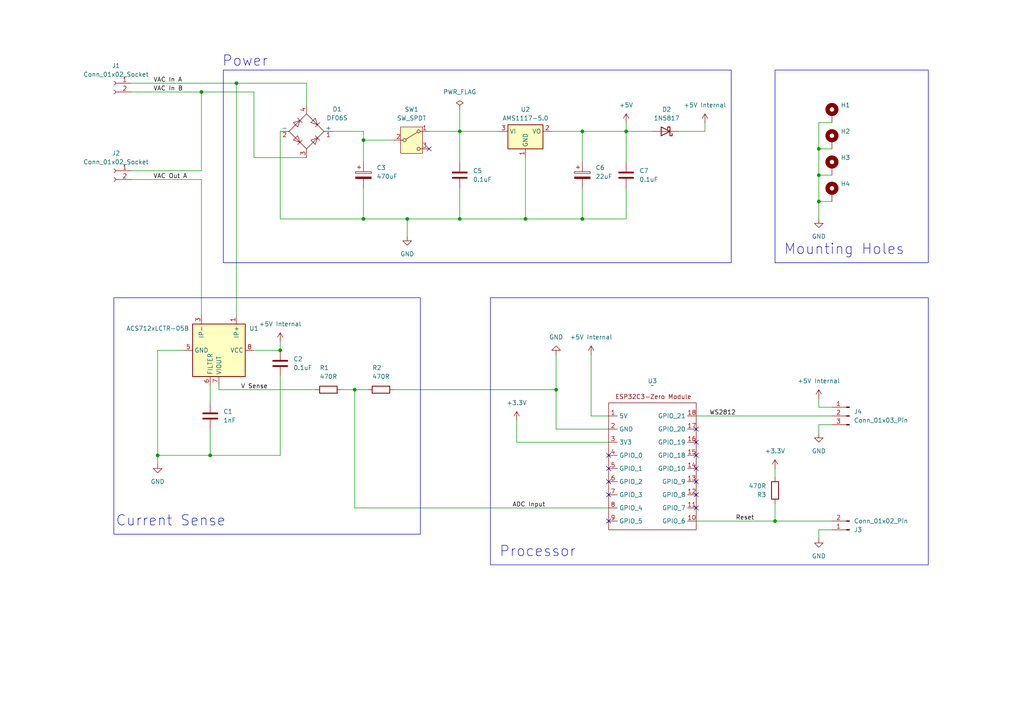
<source format=kicad_sch>
(kicad_sch (version 20250114) (generator "eeschema") (generator_version "9.0")
  (paper "A4")
  (title_block (title "ESP32 Doorbell Ring Detector") (date "2025-06-10") (rev "1"))
  (lib_symbols
    (symbol "Connector:Conn_01x02_Pin" (pin_names (offset 1.016) (hide yes))
      (property "Reference" "J" (at 0 2.54 0))
      (property "Value" "Conn_01x02_Pin" (at 0 -5.08 0))
      (symbol "Conn_01x02_Pin_1_1"
        (rectangle (start 0.8636 0.127) (end 0 -0.127) (stroke (width 0.1524)) (fill (type outline)))
        (rectangle (start 0.8636 -2.413) (end 0 -2.667) (stroke (width 0.1524)) (fill (type outline)))
        (polyline (pts (xy 1.27 0) (xy 0.8636 0)) (stroke (width 0.1524)))
        (polyline (pts (xy 1.27 -2.54) (xy 0.8636 -2.54)) (stroke (width 0.1524)))
        (pin passive line (at 5.08 0 180) (length 3.81) (name "Pin_1") (number "1"))
        (pin passive line (at 5.08 -2.54 180) (length 3.81) (name "Pin_2") (number "2"))
      )
    )
    (symbol "Connector:Conn_01x02_Socket" (pin_names (offset 1.016) (hide yes))
      (property "Reference" "J" (at 0 2.54 0))
      (property "Value" "Conn_01x02_Socket" (at 0 -5.08 0))
      (symbol "Conn_01x02_Socket_1_1"
        (polyline (pts (xy -1.27 0) (xy -0.508 0)) (stroke (width 0.1524)))
        (polyline (pts (xy -1.27 -2.54) (xy -0.508 -2.54)) (stroke (width 0.1524)))
        (arc (start 0 -0.508) (mid -0.5058 0) (end 0 0.508) (stroke (width 0.1524)))
        (arc (start 0 -3.048) (mid -0.5058 -2.54) (end 0 -2.032) (stroke (width 0.1524)))
        (pin passive line (at -5.08 0 0) (length 3.81) (name "Pin_1") (number "1"))
        (pin passive line (at -5.08 -2.54 0) (length 3.81) (name "Pin_2") (number "2"))
      )
    )
    (symbol "Connector:Conn_01x03_Pin" (pin_names (offset 1.016) (hide yes))
      (property "Reference" "J" (at 0 5.08 0))
      (property "Value" "Conn_01x03_Pin" (at 0 -5.08 0))
      (symbol "Conn_01x03_Pin_1_1"
        (rectangle (start 0.8636 2.667) (end 0 2.413) (stroke (width 0.1524)) (fill (type outline)))
        (rectangle (start 0.8636 0.127) (end 0 -0.127) (stroke (width 0.1524)) (fill (type outline)))
        (rectangle (start 0.8636 -2.413) (end 0 -2.667) (stroke (width 0.1524)) (fill (type outline)))
        (polyline (pts (xy 1.27 2.54) (xy 0.8636 2.54)) (stroke (width 0.1524)))
        (polyline (pts (xy 1.27 0) (xy 0.8636 0)) (stroke (width 0.1524)))
        (polyline (pts (xy 1.27 -2.54) (xy 0.8636 -2.54)) (stroke (width 0.1524)))
        (pin passive line (at 5.08 2.54 180) (length 3.81) (name "Pin_1") (number "1"))
        (pin passive line (at 5.08 0 180) (length 3.81) (name "Pin_2") (number "2"))
        (pin passive line (at 5.08 -2.54 180) (length 3.81) (name "Pin_3") (number "3"))
      )
    )
    (symbol "Device:C" (pin_numbers (hide yes)) (pin_names (offset 0.254))
      (property "Reference" "C" (at 0.635 2.54 0))
      (property "Value" "C" (at 0.635 -2.54 0))
      (symbol "C_0_1"
        (polyline (pts (xy -2.032 0.762) (xy 2.032 0.762)) (stroke (width 0.508)))
        (polyline (pts (xy -2.032 -0.762) (xy 2.032 -0.762)) (stroke (width 0.508)))
      )
      (symbol "C_1_1"
        (pin passive line (at 0 3.81 270) (length 2.794) (name "~") (number "1"))
        (pin passive line (at 0 -3.81 90) (length 2.794) (name "~") (number "2"))
      )
    )
    (symbol "Device:C_Polarized" (pin_numbers (hide yes)) (pin_names (offset 0.254))
      (property "Reference" "C" (at 0.635 2.54 0))
      (property "Value" "C_Polarized" (at 0.635 -2.54 0))
      (symbol "C_Polarized_0_1"
        (rectangle (start -2.286 0.508) (end 2.286 1.016))
        (polyline (pts (xy -1.778 2.286) (xy -0.762 2.286)))
        (polyline (pts (xy -1.27 2.794) (xy -1.27 1.778)))
        (rectangle (start 2.286 -0.508) (end -2.286 -1.016) (fill (type outline)))
      )
      (symbol "C_Polarized_1_1"
        (pin passive line (at 0 3.81 270) (length 2.794) (name "~") (number "1"))
        (pin passive line (at 0 -3.81 90) (length 2.794) (name "~") (number "2"))
      )
    )
    (symbol "Device:R" (pin_numbers (hide yes)) (pin_names (offset 0))
      (property "Reference" "R" (at 2.032 0 90))
      (property "Value" "R" (at 0 0 90))
      (symbol "R_0_1"
        (rectangle (start -1.016 -2.54) (end 1.016 2.54) (stroke (width 0.254)))
      )
      (symbol "R_1_1"
        (pin passive line (at 0 3.81 270) (length 1.27) (name "~") (number "1"))
        (pin passive line (at 0 -3.81 90) (length 1.27) (name "~") (number "2"))
      )
    )
    (symbol "Diode:1N5817" (pin_numbers (hide yes)) (pin_names (offset 1.016) (hide yes))
      (property "Reference" "D" (at 0 2.54 0))
      (property "Value" "1N5817" (at 0 -2.54 0))
      (symbol "1N5817_0_1"
        (polyline (pts (xy -1.905 0.635) (xy -1.905 1.27) (xy -1.27 1.27) (xy -1.27 -1.27) (xy -0.635 -1.27) (xy -0.635 -0.635)) (stroke (width 0.254)))
        (polyline (pts (xy 1.27 1.27) (xy 1.27 -1.27) (xy -1.27 0) (xy 1.27 1.27)) (stroke (width 0.254)))
        (polyline (pts (xy 1.27 0) (xy -1.27 0)))
      )
      (symbol "1N5817_1_1"
        (pin passive line (at -3.81 0 0) (length 2.54) (name "K") (number "1"))
        (pin passive line (at 3.81 0 180) (length 2.54) (name "A") (number "2"))
      )
    )
    (symbol "Diode_Bridge:DF06S" (pin_names (offset 0))
      (property "Reference" "D" (at 2.54 6.985 0))
      (property "Value" "DF06S" (at 2.54 5.08 0))
      (symbol "DF06S_0_1"
        (polyline (pts (xy -5.08 0) (xy 0 -5.08) (xy 5.08 0) (xy 0 5.08) (xy -5.08 0)))
        (polyline (pts (xy -3.81 2.54) (xy -2.54 1.27) (xy -1.905 3.175) (xy -3.81 2.54)))
        (polyline (pts (xy -2.54 3.81) (xy -1.27 2.54)))
        (polyline (pts (xy -2.54 -1.27) (xy -3.81 -2.54) (xy -1.905 -3.175) (xy -2.54 -1.27)))
        (polyline (pts (xy -1.27 -2.54) (xy -2.54 -3.81)))
        (polyline (pts (xy 1.27 2.54) (xy 2.54 3.81) (xy 3.175 1.905) (xy 1.27 2.54)))
        (polyline (pts (xy 2.54 1.27) (xy 3.81 2.54)))
        (polyline (pts (xy 2.54 -1.27) (xy 3.81 -2.54)))
        (polyline (pts (xy 3.175 -1.905) (xy 1.27 -2.54) (xy 2.54 -3.81) (xy 3.175 -1.905)))
      )
      (symbol "DF06S_1_1"
        (pin passive line (at -7.62 0 0) (length 2.54) (name "-") (number "2"))
        (pin passive line (at 0 7.62 270) (length 2.54) (name "~") (number "4"))
        (pin passive line (at 0 -7.62 90) (length 2.54) (name "~") (number "3"))
        (pin passive line (at 7.62 0 180) (length 2.54) (name "+") (number "1"))
      )
    )
    (symbol "Mechanical:MountingHole_Pad" (pin_numbers (hide yes)) (pin_names (offset 1.016) (hide yes)) (in_bom no)
      (property "Reference" "H" (at 0 6.35 0))
      (property "Value" "MountingHole_Pad" (at 0 4.445 0))
      (symbol "MountingHole_Pad_0_1"
        (circle (center 0 1.27) (radius 1.27) (stroke (width 1.27)))
      )
      (symbol "MountingHole_Pad_1_1"
        (pin input line (at 0 -2.54 90) (length 2.54) (name "1") (number "1"))
      )
    )
    (symbol "Regulator_Linear:AMS1117-5.0"
      (property "Reference" "U" (at -3.81 3.175 0))
      (property "Value" "AMS1117-5.0" (at 0 3.175 0))
      (symbol "AMS1117-5.0_0_1"
        (rectangle (start -5.08 -5.08) (end 5.08 1.905) (stroke (width 0.254)) (fill (type background)))
      )
      (symbol "AMS1117-5.0_1_1"
        (pin power_in line (at -7.62 0 0) (length 2.54) (name "VI") (number "3"))
        (pin power_in line (at 0 -7.62 90) (length 2.54) (name "GND") (number "1"))
        (pin power_out line (at 7.62 0 180) (length 2.54) (name "VO") (number "2"))
      )
    )
    (symbol "Sensor_Current:ACS712xLCTR-05B"
      (property "Reference" "U" (at 2.54 11.43 0))
      (property "Value" "ACS712xLCTR-05B" (at 2.54 8.89 0))
      (symbol "ACS712xLCTR-05B_0_1"
        (rectangle (start -7.62 7.62) (end 7.62 -7.62) (stroke (width 0.254)) (fill (type background)))
      )
      (symbol "ACS712xLCTR-05B_1_1"
        (pin passive line (at -10.16 5.08 0) (length 2.54) (name "IP+") (number "1"))
        (pin passive line (at -10.16 5.08 0) (length 2.54) (hide yes) (name "IP+") (number "2"))
        (pin passive line (at -10.16 -5.08 0) (length 2.54) (name "IP-") (number "3"))
        (pin passive line (at -10.16 -5.08 0) (length 2.54) (hide yes) (name "IP-") (number "4"))
        (pin power_in line (at 0 10.16 270) (length 2.54) (name "VCC") (number "8"))
        (pin power_in line (at 0 -10.16 90) (length 2.54) (name "GND") (number "5"))
        (pin output line (at 10.16 0 180) (length 2.54) (name "VIOUT") (number "7"))
        (pin passive line (at 10.16 -2.54 180) (length 2.54) (name "FILTER") (number "6"))
      )
    )
    (symbol "Switch:SW_SPDT" (pin_names (offset 0) (hide yes))
      (property "Reference" "SW" (at 0 5.08 0))
      (property "Value" "SW_SPDT" (at 0 -5.08 0))
      (symbol "SW_SPDT_0_1"
        (circle (center -2.032 0) (radius 0.4572))
        (polyline (pts (xy -1.651 0.254) (xy 1.651 2.286)))
        (circle (center 2.032 2.54) (radius 0.4572))
        (circle (center 2.032 -2.54) (radius 0.4572))
      )
      (symbol "SW_SPDT_1_1"
        (rectangle (start -3.175 3.81) (end 3.175 -3.81) (fill (type background)))
        (pin passive line (at -5.08 0 0) (length 2.54) (name "B") (number "2"))
        (pin passive line (at 5.08 2.54 180) (length 2.54) (name "A") (number "1"))
        (pin passive line (at 5.08 -2.54 180) (length 2.54) (name "C") (number "3"))
      )
    )
    (symbol "easyeda2kicad:esp32c3-zero"
      (property "Reference" "U" (at 10.16 -39.37 0))
      (symbol "esp32c3-zero_0_1"
        (rectangle (start -8.89 0) (end 16.51 -36.83))
      )
      (symbol "esp32c3-zero_1_1"
        (text "ESP32C3-Zero Module" (at 4.064 1.778 0) (effects (font (size 1.27 1.27))))
        (pin power_out line (at -8.89 -3.81 0) (length 2.54) (name "5V") (number "1"))
        (pin power_out line (at -8.89 -7.62 0) (length 2.54) (name "GND") (number "2"))
        (pin power_out line (at -8.89 -11.43 0) (length 2.54) (name "3V3") (number "3"))
        (pin bidirectional line (at -8.89 -15.24 0) (length 2.54) (name "GPIO_0") (number "4"))
        (pin bidirectional line (at -8.89 -19.05 0) (length 2.54) (name "GPIO_1") (number "5"))
        (pin bidirectional line (at -8.89 -22.86 0) (length 2.54) (name "GPIO_2") (number "6"))
        (pin bidirectional line (at -8.89 -26.67 0) (length 2.54) (name "GPIO_3") (number "7"))
        (pin bidirectional line (at -8.89 -30.48 0) (length 2.54) (name "GPIO_4") (number "8"))
        (pin bidirectional line (at -8.89 -34.29 0) (length 2.54) (name "GPIO_5") (number "9"))
        (pin bidirectional line (at 16.51 -3.81 180) (length 2.54) (name "GPIO_21") (number "18"))
        (pin bidirectional line (at 16.51 -7.62 180) (length 2.54) (name "GPIO_20") (number "17"))
        (pin bidirectional line (at 16.51 -11.43 180) (length 2.54) (name "GPIO_19") (number "16"))
        (pin bidirectional line (at 16.51 -15.24 180) (length 2.54) (name "GPIO_18") (number "15"))
        (pin bidirectional line (at 16.51 -19.05 180) (length 2.54) (name "GPIO_10") (number "14"))
        (pin bidirectional line (at 16.51 -22.86 180) (length 2.54) (name "GPIO_9") (number "13"))
        (pin bidirectional line (at 16.51 -26.67 180) (length 2.54) (name "GPIO_8") (number "12"))
        (pin bidirectional line (at 16.51 -30.48 180) (length 2.54) (name "GPIO_7") (number "11"))
        (pin bidirectional line (at 16.51 -34.29 180) (length 2.54) (name "GPIO_6") (number "10"))
      )
    )
    (symbol "power:+3.3V" (power) (pin_numbers (hide yes)) (pin_names (offset 0) (hide yes))
      (property "Value" "+3.3V" (at 0 3.556 0))
      (symbol "+3.3V_0_1"
        (polyline (pts (xy -0.762 1.27) (xy 0 2.54)))
        (polyline (pts (xy 0 2.54) (xy 0.762 1.27)))
        (polyline (pts (xy 0 0) (xy 0 2.54)))
      )
      (symbol "+3.3V_1_1"
        (pin power_in line (at 0 0 90) (length 0) (name "~") (number "1"))
      )
    )
    (symbol "power:+5V" (power) (pin_numbers (hide yes)) (pin_names (offset 0) (hide yes))
      (property "Value" "+5V" (at 0 3.556 0))
      (symbol "+5V_0_1"
        (polyline (pts (xy -0.762 1.27) (xy 0 2.54)))
        (polyline (pts (xy 0 2.54) (xy 0.762 1.27)))
        (polyline (pts (xy 0 0) (xy 0 2.54)))
      )
      (symbol "+5V_1_1"
        (pin power_in line (at 0 0 90) (length 0) (name "~") (number "1"))
      )
    )
    (symbol "power:GND" (power) (pin_numbers (hide yes)) (pin_names (offset 0) (hide yes))
      (property "Value" "GND" (at 0 -3.81 0))
      (symbol "GND_0_1"
        (polyline (pts (xy 0 0) (xy 0 -1.27) (xy 1.27 -1.27) (xy 0 -2.54) (xy -1.27 -1.27) (xy 0 -1.27)))
      )
      (symbol "GND_1_1"
        (pin power_in line (at 0 0 270) (length 0) (name "~") (number "1"))
      )
    )
    (symbol "power:PWR_FLAG" (power) (pin_numbers (hide yes)) (pin_names (offset 0) (hide yes))
      (property "Value" "PWR_FLAG" (at 0 3.81 0))
      (symbol "PWR_FLAG_0_0"
        (pin power_out line (at 0 0 90) (length 0) (name "~") (number "1"))
      )
      (symbol "PWR_FLAG_0_1"
        (polyline (pts (xy 0 0) (xy 0 1.27) (xy -1.016 1.905) (xy 0 2.54) (xy 1.016 1.905) (xy 0 1.27)))
      )
    )
  )
  (rectangle (start 33.02 86.36) (end 121.92 154.94))
  (rectangle (start 224.79 20.32) (end 269.24 76.2))
  (rectangle (start 142.24 86.36) (end 269.24 163.83))
  (rectangle (start 64.77 20.32) (end 212.09 76.2))
  (text "Current Sense" (at 49.53 151.13 0) (effects (font (size 3 3))))
  (text "Power" (at 71.12 17.78 0) (effects (font (size 3 3))))
  (text "Mounting Holes\n" (at 227.33 72.39 0) (effects (font (size 3 3)) (justify left)))
  (text "Processor\n" (at 144.78 160.02 0) (effects (font (size 3 3)) (justify left)))
  (junction (at 68.58 24.13))
  (junction (at 105.41 63.5))
  (junction (at 237.49 58.42))
  (junction (at 118.11 63.5))
  (junction (at 168.91 38.1))
  (junction (at 60.96 132.08))
  (junction (at 81.28 101.6))
  (junction (at 237.49 50.8))
  (junction (at 45.72 132.08))
  (junction (at 133.35 38.1))
  (junction (at 133.35 63.5))
  (junction (at 237.49 43.18))
  (junction (at 152.4 63.5))
  (junction (at 105.41 40.64))
  (junction (at 58.42 26.67))
  (junction (at 102.87 113.03))
  (junction (at 168.91 63.5))
  (junction (at 181.61 38.1))
  (junction (at 224.79 151.13))
  (junction (at 161.29 113.03))
  (no_connect (at 176.53 139.7))
  (no_connect (at 124.46 43.18))
  (no_connect (at 201.93 124.46))
  (no_connect (at 201.93 132.08))
  (no_connect (at 176.53 151.13))
  (no_connect (at 176.53 135.89))
  (no_connect (at 201.93 147.32))
  (no_connect (at 201.93 143.51))
  (no_connect (at 176.53 132.08))
  (no_connect (at 201.93 139.7))
  (no_connect (at 176.53 143.51))
  (no_connect (at 201.93 135.89))
  (no_connect (at 201.93 128.27))
  (wire (pts (xy 81.28 109.22) (xy 81.28 132.08)))
  (wire (pts (xy 237.49 50.8) (xy 237.49 43.18)))
  (wire (pts (xy 60.96 132.08) (xy 81.28 132.08)))
  (wire (pts (xy 88.9 24.13) (xy 88.9 30.48)))
  (wire (pts (xy 73.66 45.72) (xy 88.9 45.72)))
  (wire (pts (xy 241.3 153.67) (xy 237.49 153.67)))
  (wire (pts (xy 114.3 40.64) (xy 105.41 40.64)))
  (wire (pts (xy 73.66 26.67) (xy 73.66 45.72)))
  (wire (pts (xy 133.35 31.75) (xy 133.35 38.1)))
  (wire (pts (xy 105.41 63.5) (xy 118.11 63.5)))
  (wire (pts (xy 168.91 63.5) (xy 181.61 63.5)))
  (wire (pts (xy 196.85 38.1) (xy 204.47 38.1)))
  (wire (pts (xy 133.35 63.5) (xy 152.4 63.5)))
  (wire (pts (xy 201.93 120.65) (xy 241.3 120.65)))
  (wire (pts (xy 201.93 151.13) (xy 224.79 151.13)))
  (wire (pts (xy 181.61 38.1) (xy 189.23 38.1)))
  (wire (pts (xy 237.49 35.56) (xy 237.49 43.18)))
  (wire (pts (xy 237.49 58.42) (xy 237.49 63.5)))
  (wire (pts (xy 237.49 153.67) (xy 237.49 156.21)))
  (wire (pts (xy 45.72 132.08) (xy 45.72 134.62)))
  (wire (pts (xy 81.28 63.5) (xy 105.41 63.5)))
  (wire (pts (xy 118.11 63.5) (xy 118.11 68.58)))
  (wire (pts (xy 38.1 24.13) (xy 68.58 24.13)))
  (wire (pts (xy 133.35 54.61) (xy 133.35 63.5)))
  (wire (pts (xy 81.28 101.6) (xy 81.28 99.06)))
  (wire (pts (xy 133.35 38.1) (xy 133.35 46.99)))
  (wire (pts (xy 171.45 120.65) (xy 176.53 120.65)))
  (wire (pts (xy 181.61 38.1) (xy 181.61 46.99)))
  (wire (pts (xy 38.1 52.07) (xy 58.42 52.07)))
  (wire (pts (xy 224.79 151.13) (xy 224.79 146.05)))
  (wire (pts (xy 241.3 123.19) (xy 237.49 123.19)))
  (wire (pts (xy 38.1 26.67) (xy 58.42 26.67)))
  (wire (pts (xy 58.42 26.67) (xy 58.42 49.53)))
  (wire (pts (xy 152.4 63.5) (xy 168.91 63.5)))
  (wire (pts (xy 168.91 54.61) (xy 168.91 63.5)))
  (wire (pts (xy 161.29 113.03) (xy 161.29 124.46)))
  (wire (pts (xy 45.72 132.08) (xy 60.96 132.08)))
  (wire (pts (xy 152.4 45.72) (xy 152.4 63.5)))
  (wire (pts (xy 168.91 38.1) (xy 168.91 46.99)))
  (wire (pts (xy 237.49 123.19) (xy 237.49 125.73)))
  (wire (pts (xy 60.96 116.84) (xy 60.96 111.76)))
  (wire (pts (xy 118.11 63.5) (xy 133.35 63.5)))
  (wire (pts (xy 53.34 101.6) (xy 45.72 101.6)))
  (wire (pts (xy 102.87 113.03) (xy 106.68 113.03)))
  (wire (pts (xy 99.06 113.03) (xy 102.87 113.03)))
  (wire (pts (xy 124.46 38.1) (xy 133.35 38.1)))
  (wire (pts (xy 181.61 35.56) (xy 181.61 38.1)))
  (wire (pts (xy 161.29 124.46) (xy 176.53 124.46)))
  (wire (pts (xy 81.28 38.1) (xy 81.28 63.5)))
  (wire (pts (xy 63.5 111.76) (xy 63.5 113.03)))
  (wire (pts (xy 133.35 38.1) (xy 144.78 38.1)))
  (wire (pts (xy 181.61 54.61) (xy 181.61 63.5)))
  (wire (pts (xy 58.42 52.07) (xy 58.42 91.44)))
  (wire (pts (xy 68.58 24.13) (xy 88.9 24.13)))
  (wire (pts (xy 241.3 58.42) (xy 237.49 58.42)))
  (wire (pts (xy 73.66 101.6) (xy 81.28 101.6)))
  (wire (pts (xy 168.91 38.1) (xy 181.61 38.1)))
  (wire (pts (xy 38.1 49.53) (xy 58.42 49.53)))
  (wire (pts (xy 105.41 54.61) (xy 105.41 63.5)))
  (wire (pts (xy 63.5 113.03) (xy 91.44 113.03)))
  (wire (pts (xy 105.41 40.64) (xy 105.41 46.99)))
  (wire (pts (xy 114.3 113.03) (xy 161.29 113.03)))
  (wire (pts (xy 149.86 128.27) (xy 176.53 128.27)))
  (wire (pts (xy 60.96 124.46) (xy 60.96 132.08)))
  (wire (pts (xy 171.45 102.87) (xy 171.45 120.65)))
  (wire (pts (xy 102.87 147.32) (xy 102.87 113.03)))
  (wire (pts (xy 160.02 38.1) (xy 168.91 38.1)))
  (wire (pts (xy 204.47 35.56) (xy 204.47 38.1)))
  (wire (pts (xy 161.29 102.87) (xy 161.29 113.03)))
  (wire (pts (xy 237.49 43.18) (xy 241.3 43.18)))
  (wire (pts (xy 237.49 58.42) (xy 237.49 50.8)))
  (wire (pts (xy 68.58 24.13) (xy 68.58 91.44)))
  (wire (pts (xy 241.3 50.8) (xy 237.49 50.8)))
  (wire (pts (xy 237.49 118.11) (xy 241.3 118.11)))
  (wire (pts (xy 45.72 101.6) (xy 45.72 132.08)))
  (wire (pts (xy 241.3 35.56) (xy 237.49 35.56)))
  (wire (pts (xy 237.49 115.57) (xy 237.49 118.11)))
  (wire (pts (xy 176.53 147.32) (xy 102.87 147.32)))
  (wire (pts (xy 96.52 38.1) (xy 105.41 38.1)))
  (wire (pts (xy 149.86 121.92) (xy 149.86 128.27)))
  (wire (pts (xy 105.41 38.1) (xy 105.41 40.64)))
  (wire (pts (xy 224.79 151.13) (xy 241.3 151.13)))
  (wire (pts (xy 224.79 138.43) (xy 224.79 135.89)))
  (wire (pts (xy 58.42 26.67) (xy 73.66 26.67)))
  (label "Reset" (at 213.36 151.13 0))
  (label "V Sense" (at 69.85 113.03 0))
  (label "ADC Input" (at 148.59 147.32 0))
  (label "WS2812" (at 205.74 120.65 0))
  (label "VAC In A" (at 44.45 24.13 0))
  (label "VAC In B" (at 44.45 26.67 0))
  (label "VAC Out A" (at 44.45 52.07 0))
  (symbol (lib_id "Device:C") (at 81.28 105.41 0) (unit 1)
    (property "Reference" "C2" (at 85.09 104.1399 0) (effects (justify left)))
    (property "Value" "0.1uF" (at 85.09 106.6799 0) (effects (justify left)))
    (property "Footprint" "Capacitor_SMD:C_0805_2012Metric" (effects (hide yes)))
    (property "Description" "Unpolarized capacitor" (effects (hide yes)))
  )
  (symbol (lib_id "Mechanical:MountingHole_Pad") (at 241.3 40.64 0) (unit 1) (in_bom no)
    (property "Reference" "H2" (at 243.84 38.0999 0) (effects (justify left)))
    (property "Value" "MountingHole_Pad" (effects (hide yes)))
    (property "Footprint" "MountingHole:MountingHole_2.2mm_M2_Pad" (effects (hide yes)))
    (property "Description" "Mounting Hole with connection" (effects (hide yes)))
  )
  (symbol (lib_id "Mechanical:MountingHole_Pad") (at 241.3 33.02 0) (unit 1) (in_bom no)
    (property "Reference" "H1" (at 243.84 30.4799 0) (effects (justify left)))
    (property "Value" "MountingHole_Pad" (effects (hide yes)))
    (property "Footprint" "MountingHole:MountingHole_2.2mm_M2_Pad" (effects (hide yes)))
    (property "Description" "Mounting Hole with connection" (effects (hide yes)))
  )
  (symbol (lib_id "power:+5V") (at 204.47 35.56 0) (unit 1)
    (property "Reference" "#PWR08" (effects (hide yes)))
    (property "Value" "+5V Internal" (at 204.47 30.48 0))
    (property "Description" "Power symbol creates a global label with name \"+5V\"" (effects (hide yes)))
  )
  (symbol (lib_id "Mechanical:MountingHole_Pad") (at 241.3 55.88 0) (unit 1) (in_bom no)
    (property "Reference" "H4" (at 243.84 53.3399 0) (effects (justify left)))
    (property "Value" "MountingHole_Pad" (effects (hide yes)))
    (property "Footprint" "MountingHole:MountingHole_2.2mm_M2_Pad" (effects (hide yes)))
    (property "Description" "Mounting Hole with connection" (effects (hide yes)))
  )
  (symbol (lib_id "Diode_Bridge:DF06S") (at 88.9 38.1 0) (unit 1)
    (property "Reference" "D1" (at 97.79 31.6798 0))
    (property "Value" "DF06S" (at 97.79 34.2198 0))
    (property "Footprint" "Diode_SMD:Diode_Bridge_OnSemi_SDIP-4L" (effects (hide yes)))
    (property "Datasheet" "https://www.onsemi.com/download/data-sheet/pdf/df10s-d.pdf" (effects (hide yes)))
    (property "Description" "Bridge Rectifier, 420V Vrms, 1.5A If, SMDIP-4" (effects (hide yes)))
  )
  (symbol (lib_id "Connector:Conn_01x03_Pin") (at 246.38 120.65 0) (mirror y) (unit 1)
    (property "Reference" "J4" (at 247.65 119.3799 0) (effects (justify right)))
    (property "Value" "Conn_01x03_Pin" (at 247.65 121.9199 0) (effects (justify right)))
    (property "Footprint" "Connector_JST:JST_EH_B3B-EH-A_1x03_P2.50mm_Vertical" (effects (hide yes)))
    (property "Description" "Generic connector, single row, 01x03, script generated" (effects (hide yes)))
  )
  (symbol (lib_id "Connector:Conn_01x02_Socket") (at 33.02 24.13 0) (mirror y) (unit 1)
    (property "Reference" "J1" (at 33.655 19.05 0))
    (property "Value" "Conn_01x02_Socket" (at 33.655 21.59 0))
    (property "Footprint" "TerminalBlock_Phoenix:TerminalBlock_Phoenix_MPT-0,5-2-2.54_1x02_P2.54mm_Horizontal" (effects (hide yes)))
    (property "Description" "Generic connector, single row, 01x02, script generated" (effects (hide yes)))
  )
  (symbol (lib_id "Switch:SW_SPDT") (at 119.38 40.64 0) (unit 1)
    (property "Reference" "SW1" (at 119.38 31.75 0))
    (property "Value" "SW_SPDT" (at 119.38 34.29 0))
    (property "Footprint" "Button_Switch_SMD:SW_SPDT_CK_JS102011SAQN" (effects (hide yes)))
    (property "Description" "Switch, single pole double throw" (effects (hide yes)))
  )
  (symbol (lib_id "Device:C") (at 133.35 50.8 0) (unit 1)
    (property "Reference" "C5" (at 137.16 49.5299 0) (effects (justify left)))
    (property "Value" "0.1uF" (at 137.16 52.0699 0) (effects (justify left)))
    (property "Footprint" "Capacitor_SMD:C_0805_2012Metric" (effects (hide yes)))
    (property "Description" "Unpolarized capacitor" (effects (hide yes)))
  )
  (symbol (lib_id "power:+5V") (at 171.45 102.87 0) (unit 1)
    (property "Reference" "#PWR06" (effects (hide yes)))
    (property "Value" "+5V Internal" (at 171.45 97.79 0))
    (property "Description" "Power symbol creates a global label with name \"+5V\"" (effects (hide yes)))
  )
  (symbol (lib_id "power:+5V") (at 237.49 115.57 0) (unit 1)
    (property "Reference" "#PWR011" (effects (hide yes)))
    (property "Value" "+5V Internal" (at 237.49 110.49 0))
    (property "Description" "Power symbol creates a global label with name \"+5V\"" (effects (hide yes)))
  )
  (symbol (lib_id "power:GND") (at 161.29 102.87 180) (unit 1)
    (property "Reference" "#PWR05" (effects (hide yes)))
    (property "Value" "GND" (at 161.29 97.79 0))
    (property "Description" "Power symbol creates a global label with name \"GND\" , ground" (effects (hide yes)))
  )
  (symbol (lib_id "power:+3.3V") (at 224.79 135.89 0) (unit 1)
    (property "Reference" "#PWR09" (effects (hide yes)))
    (property "Value" "+3.3V" (at 224.79 130.81 0))
    (property "Description" "Power symbol creates a global label with name \"+3.3V\"" (effects (hide yes)))
  )
  (symbol (lib_id "Connector:Conn_01x02_Socket") (at 33.02 49.53 0) (mirror y) (unit 1)
    (property "Reference" "J2" (at 33.655 44.45 0))
    (property "Value" "Conn_01x02_Socket" (at 33.655 46.99 0))
    (property "Footprint" "TerminalBlock_Phoenix:TerminalBlock_Phoenix_MPT-0,5-2-2.54_1x02_P2.54mm_Horizontal" (effects (hide yes)))
    (property "Description" "Generic connector, single row, 01x02, script generated" (effects (hide yes)))
  )
  (symbol (lib_id "Sensor_Current:ACS712xLCTR-05B") (at 63.5 101.6 270) (unit 1)
    (property "Reference" "U1" (at 73.66 95.25 90))
    (property "Value" "ACS712xLCTR-05B" (at 45.72 95.25 90))
    (property "Footprint" "Package_SO:SOIC-8_3.9x4.9mm_P1.27mm" (effects (hide yes)))
    (property "Datasheet" "http://www.allegromicro.com/~/media/Files/Datasheets/ACS712-Datasheet.ashx?la=en" (effects (hide yes)))
    (property "Description" "±5A Bidirectional Hall-Effect Current Sensor, +5.0V supply, 185mV/A, SOIC-8" (effects (hide yes)))
  )
  (symbol (lib_id "Device:C") (at 60.96 120.65 0) (unit 1)
    (property "Reference" "C1" (at 64.77 119.3799 0) (effects (justify left)))
    (property "Value" "1nF" (at 64.77 121.9199 0) (effects (justify left)))
    (property "Footprint" "Capacitor_SMD:C_0805_2012Metric" (effects (hide yes)))
    (property "Description" "Unpolarized capacitor" (effects (hide yes)))
  )
  (symbol (lib_id "power:GND") (at 118.11 68.58 0) (unit 1)
    (property "Reference" "#PWR03" (effects (hide yes)))
    (property "Value" "GND" (at 118.11 73.66 0))
    (property "Description" "Power symbol creates a global label with name \"GND\" , ground" (effects (hide yes)))
  )
  (symbol (lib_id "power:GND") (at 45.72 134.62 0) (unit 1)
    (property "Reference" "#PWR01" (effects (hide yes)))
    (property "Value" "GND" (at 45.72 139.7 0))
    (property "Description" "Power symbol creates a global label with name \"GND\" , ground" (effects (hide yes)))
  )
  (symbol (lib_id "Device:C") (at 181.61 50.8 0) (unit 1)
    (property "Reference" "C7" (at 185.42 49.5299 0) (effects (justify left)))
    (property "Value" "0.1uF" (at 185.42 52.0699 0) (effects (justify left)))
    (property "Footprint" "Capacitor_SMD:C_0805_2012Metric" (effects (hide yes)))
    (property "Description" "Unpolarized capacitor" (effects (hide yes)))
  )
  (symbol (lib_id "power:+5V") (at 81.28 99.06 0) (unit 1)
    (property "Reference" "#PWR02" (effects (hide yes)))
    (property "Value" "+5V Internal" (at 81.28 93.98 0))
    (property "Description" "Power symbol creates a global label with name \"+5V\"" (effects (hide yes)))
  )
  (symbol (lib_id "power:GND") (at 237.49 63.5 0) (unit 1)
    (property "Reference" "#PWR013" (effects (hide yes)))
    (property "Value" "GND" (at 237.49 68.58 0))
    (property "Description" "Power symbol creates a global label with name \"GND\" , ground" (effects (hide yes)))
  )
  (symbol (lib_id "power:+5V") (at 181.61 35.56 0) (unit 1)
    (property "Reference" "#PWR07" (effects (hide yes)))
    (property "Value" "+5V" (at 181.61 30.48 0))
    (property "Description" "Power symbol creates a global label with name \"+5V\"" (effects (hide yes)))
  )
  (symbol (lib_id "power:GND") (at 237.49 156.21 0) (unit 1)
    (property "Reference" "#PWR010" (effects (hide yes)))
    (property "Value" "GND" (at 237.49 161.29 0))
    (property "Description" "Power symbol creates a global label with name \"GND\" , ground" (effects (hide yes)))
  )
  (symbol (lib_id "Device:R") (at 110.49 113.03 90) (unit 1)
    (property "Reference" "R2" (at 107.95 106.6799 90) (effects (justify right)))
    (property "Value" "470R" (at 107.95 109.2199 90) (effects (justify right)))
    (property "Footprint" "Resistor_SMD:R_0805_2012Metric" (effects (hide yes)))
    (property "Description" "Resistor" (effects (hide yes)))
  )
  (symbol (lib_id "easyeda2kicad:esp32c3-zero") (at 185.42 116.84 0) (unit 1) (in_bom no)
    (property "Reference" "U3" (at 189.23 110.49 0))
    (property "Value" "~" (at 189.23 111.76 0))
    (property "Footprint" "easyeda2kicad:esp32c3-zero" (effects (hide yes)))
  )
  (symbol (lib_id "power:GND") (at 237.49 125.73 0) (unit 1)
    (property "Reference" "#PWR012" (effects (hide yes)))
    (property "Value" "GND" (at 237.49 130.81 0))
    (property "Description" "Power symbol creates a global label with name \"GND\" , ground" (effects (hide yes)))
  )
  (symbol (lib_id "Regulator_Linear:AMS1117-5.0") (at 152.4 38.1 0) (unit 1)
    (property "Reference" "U2" (at 152.4 31.75 0))
    (property "Value" "AMS1117-5.0" (at 152.4 34.29 0))
    (property "Footprint" "Package_TO_SOT_SMD:SOT-223-3_TabPin2" (effects (hide yes)))
    (property "Datasheet" "http://www.advanced-monolithic.com/pdf/ds1117.pdf" (effects (hide yes)))
    (property "Description" "1A Low Dropout regulator, positive, 5.0V fixed output, SOT-223" (effects (hide yes)))
  )
  (symbol (lib_id "power:+3.3V") (at 149.86 121.92 0) (unit 1)
    (property "Reference" "#PWR04" (effects (hide yes)))
    (property "Value" "+3.3V" (at 149.86 116.84 0))
    (property "Description" "Power symbol creates a global label with name \"+3.3V\"" (effects (hide yes)))
  )
  (symbol (lib_id "Connector:Conn_01x02_Pin") (at 246.38 153.67 180) (unit 1)
    (property "Reference" "J3" (at 247.65 153.6701 0) (effects (justify right)))
    (property "Value" "Conn_01x02_Pin" (at 247.65 151.1301 0) (effects (justify right)))
    (property "Footprint" "Connector_JST:JST_EH_B2B-EH-A_1x02_P2.50mm_Vertical" (effects (hide yes)))
    (property "Description" "Generic connector, single row, 01x02, script generated" (effects (hide yes)))
  )
  (symbol (lib_id "Device:R") (at 95.25 113.03 90) (unit 1)
    (property "Reference" "R1" (at 92.71 106.6799 90) (effects (justify right)))
    (property "Value" "470R" (at 92.71 109.2199 90) (effects (justify right)))
    (property "Footprint" "Resistor_SMD:R_0805_2012Metric" (effects (hide yes)))
    (property "Description" "Resistor" (effects (hide yes)))
  )
  (symbol (lib_id "Device:C_Polarized") (at 105.41 50.8 0) (unit 1)
    (property "Reference" "C3" (at 109.22 48.6409 0) (effects (justify left)))
    (property "Value" "470uF" (at 109.22 51.1809 0) (effects (justify left)))
    (property "Footprint" "Capacitor_SMD:CP_Elec_10x10.5" (effects (hide yes)))
    (property "Description" "Polarized capacitor" (effects (hide yes)))
  )
  (symbol (lib_id "power:PWR_FLAG") (at 133.35 31.75 0) (unit 1)
    (property "Reference" "#FLG01" (effects (hide yes)))
    (property "Value" "PWR_FLAG" (at 133.35 26.67 0))
    (property "Description" "Special symbol for telling ERC where power comes from" (effects (hide yes)))
  )
  (symbol (lib_id "Device:R") (at 224.79 142.24 180) (unit 1)
    (property "Reference" "R3" (at 222.25 143.5101 0) (effects (justify left)))
    (property "Value" "470R" (at 222.25 140.9701 0) (effects (justify left)))
    (property "Footprint" "Resistor_SMD:R_0805_2012Metric" (effects (hide yes)))
    (property "Description" "Resistor" (effects (hide yes)))
  )
  (symbol (lib_id "Mechanical:MountingHole_Pad") (at 241.3 48.26 0) (unit 1) (in_bom no)
    (property "Reference" "H3" (at 243.84 45.7199 0) (effects (justify left)))
    (property "Value" "MountingHole_Pad" (effects (hide yes)))
    (property "Footprint" "MountingHole:MountingHole_2.2mm_M2_Pad" (effects (hide yes)))
    (property "Description" "Mounting Hole with connection" (effects (hide yes)))
  )
  (symbol (lib_id "Diode:1N5817") (at 193.04 38.1 180) (unit 1)
    (property "Reference" "D2" (at 193.3575 31.75 0))
    (property "Value" "1N5817" (at 193.3575 34.29 0))
    (property "Footprint" "Diode_SMD:D_SOD-323" (effects (hide yes)))
    (property "Datasheet" "http://www.vishay.com/docs/88525/1n5817.pdf" (effects (hide yes)))
    (property "Description" "20V 1A Schottky Barrier Rectifier Diode, DO-41" (effects (hide yes)))
  )
  (symbol (lib_id "Device:C_Polarized") (at 168.91 50.8 0) (unit 1)
    (property "Reference" "C6" (at 172.72 48.6409 0) (effects (justify left)))
    (property "Value" "22uF" (at 172.72 51.1809 0) (effects (justify left)))
    (property "Footprint" "Capacitor_SMD:CP_Elec_10x10.5" (effects (hide yes)))
    (property "Description" "Polarized capacitor" (effects (hide yes)))
  )
)
</source>
